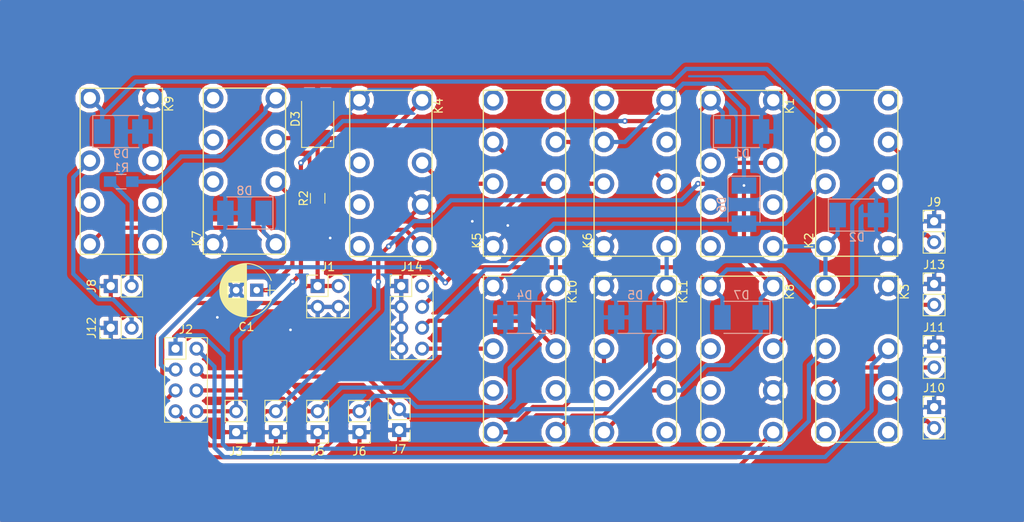
<source format=kicad_pcb>
(kicad_pcb (version 20171130) (host pcbnew 5.0.1)
  (layers (0 F.Cu signal) (31 B.Cu signal) (34 B.Paste user) (35 F.Paste user) (36 B.SilkS user) (37 F.SilkS user) (38 B.Mask user) (39 F.Mask user) (44 Edge.Cuts user))
  (net 0 "")
  (net 1 "Net-(D1-Pad1)")
  (net 2 "Net-(D6-Pad2)")
  (net 3 "Net-(D7-Pad2)")
  (net 4 GND)
  (net 5 +12V)
  (net 6 "Net-(C1-Pad1)")
  (net 7 "Net-(D2-Pad1)")
  (net 8 "Net-(D3-Pad1)")
  (net 9 "Net-(D4-Pad1)")
  (net 10 "Net-(D5-Pad1)")
  (net 11 "Net-(D6-Pad1)")
  (net 12 "Net-(D8-Pad1)")
  (net 13 "Net-(D9-Pad1)")
  (net 14 "Net-(J2-Pad7)")
  (net 15 "Net-(J2-Pad2)")
  (net 16 "Net-(J2-Pad1)")
  (net 17 "Net-(J8-Pad2)")
  (net 18 "Net-(J9-Pad2)")
  (net 19 "Net-(J10-Pad2)")
  (net 20 "Net-(J11-Pad2)")
  (net 21 "Net-(J12-Pad2)")
  (net 22 "Net-(J13-Pad2)")
  (net 23 "Net-(J14-Pad4)")
  (net 24 "Net-(J14-Pad6)")
  (net 25 "Net-(J14-Pad8)")
  (net 26 "Net-(K4-Pad4)")
  (net 27 "Net-(K5-Pad11)")
  (net 28 "Net-(K5-Pad6)")
  (net 29 "Net-(K7-Pad9)")
  (net 30 "Net-(K10-Pad8)")
  (net 31 "Net-(K10-Pad9)")
  (module Capacitors_THT:CP_Radial_D6.3mm_P2.50mm (layer F.Cu) (at 150.582 98.806 180)
    (fp_text reference C1 (at 1.25 -4.46 180) (layer F.SilkS))
    (fp_text value CP)
    (pad 2 thru_hole circle (at 2.5 0 180) (size 1.6 1.6) (drill 0.8) (layers *.Cu *.Mask) (net 4 GND))
    (pad 1 thru_hole rect (at 0 0 180) (size 1.6 1.6) (drill 0.8) (layers *.Cu *.Mask) (net 6 "Net-(C1-Pad1)"))
  )
  (module Diodes_SMD:D_2114 (layer B.Cu) (at 209.55 79.502)
    (fp_text reference D1 (at 0 2.7) (layer B.SilkS) (effects (justify mirror)))
    (fp_text value D)
    (pad 1 smd rect (at -2.325 0) (size 2 3) (layers B.Cu B.Paste B.Mask) (net 1 "Net-(D1-Pad1)"))
    (pad 2 smd rect (at 2.325 0) (size 2 3) (layers B.Cu B.Paste B.Mask) (net 4 GND))
  )
  (module Diodes_SMD:D_2114 (layer B.Cu) (at 223.52 89.662)
    (fp_text reference D2 (at 0 2.7) (layer B.SilkS) (effects (justify mirror)))
    (fp_text value D)
    (pad 2 smd rect (at 2.325 0) (size 2 3) (layers B.Cu B.Paste B.Mask) (net 4 GND))
    (pad 1 smd rect (at -2.325 0) (size 2 3) (layers B.Cu B.Paste B.Mask) (net 7 "Net-(D2-Pad1)"))
  )
  (module Diodes_SMD:D_2114 (layer F.Cu) (at 157.988 77.978 90)
    (fp_text reference D3 (at 0 -2.7 90) (layer F.SilkS))
    (fp_text value D)
    (pad 1 smd rect (at -2.325 0 90) (size 2 3) (layers F.Cu F.Paste F.Mask) (net 8 "Net-(D3-Pad1)"))
    (pad 2 smd rect (at 2.325 0 90) (size 2 3) (layers F.Cu F.Paste F.Mask) (net 4 GND))
  )
  (module Diodes_SMD:D_2114 (layer B.Cu) (at 183.134 102.108 180)
    (fp_text reference D4 (at 0 2.7 180) (layer B.SilkS) (effects (justify mirror)))
    (fp_text value D)
    (pad 1 smd rect (at -2.325 0 180) (size 2 3) (layers B.Cu B.Paste B.Mask) (net 9 "Net-(D4-Pad1)"))
    (pad 2 smd rect (at 2.325 0 180) (size 2 3) (layers B.Cu B.Paste B.Mask) (net 4 GND))
  )
  (module Diodes_SMD:D_2114 (layer B.Cu) (at 196.596 102.108 180)
    (fp_text reference D5 (at 0 2.7 180) (layer B.SilkS) (effects (justify mirror)))
    (fp_text value D)
    (pad 2 smd rect (at 2.325 0 180) (size 2 3) (layers B.Cu B.Paste B.Mask) (net 4 GND))
    (pad 1 smd rect (at -2.325 0 180) (size 2 3) (layers B.Cu B.Paste B.Mask) (net 10 "Net-(D5-Pad1)"))
  )
  (module Diodes_SMD:D_2114 (layer B.Cu) (at 209.804 88.392 270)
    (fp_text reference D6 (at 0 2.7 270) (layer B.SilkS) (effects (justify mirror)))
    (fp_text value D)
    (pad 2 smd rect (at 2.325 0 270) (size 2 3) (layers B.Cu B.Paste B.Mask) (net 2 "Net-(D6-Pad2)"))
    (pad 1 smd rect (at -2.325 0 270) (size 2 3) (layers B.Cu B.Paste B.Mask) (net 11 "Net-(D6-Pad1)"))
  )
  (module Diodes_SMD:D_2114 (layer B.Cu) (at 209.511 102.108 180)
    (fp_text reference D7 (at 0 2.7 180) (layer B.SilkS) (effects (justify mirror)))
    (fp_text value D_TVS)
    (pad 2 smd rect (at 2.325 0 180) (size 2 3) (layers B.Cu B.Paste B.Mask) (net 3 "Net-(D7-Pad2)"))
    (pad 1 smd rect (at -2.325 0 180) (size 2 3) (layers B.Cu B.Paste B.Mask) (net 11 "Net-(D6-Pad1)"))
  )
  (module Diodes_SMD:D_2114 (layer B.Cu) (at 149.098 89.408 180)
    (fp_text reference D8 (at 0 2.7 180) (layer B.SilkS) (effects (justify mirror)))
    (fp_text value D)
    (pad 2 smd rect (at 2.325 0 180) (size 2 3) (layers B.Cu B.Paste B.Mask) (net 4 GND))
    (pad 1 smd rect (at -2.325 0 180) (size 2 3) (layers B.Cu B.Paste B.Mask) (net 12 "Net-(D8-Pad1)"))
  )
  (module Diodes_SMD:D_2114 (layer B.Cu) (at 134.112 79.502)
    (fp_text reference D9 (at 0 2.7) (layer B.SilkS) (effects (justify mirror)))
    (fp_text value D)
    (pad 1 smd rect (at -2.325 0) (size 2 3) (layers B.Cu B.Paste B.Mask) (net 13 "Net-(D9-Pad1)"))
    (pad 2 smd rect (at 2.325 0) (size 2 3) (layers B.Cu B.Paste B.Mask) (net 4 GND))
  )
  (module Pin_Headers:Pin_Header_Straight_2x02_Pitch2.54mm (layer F.Cu) (at 157.988 98.298)
    (fp_text reference J1 (at 1.27 -2.33) (layer F.SilkS))
    (fp_text value Conn_02x02_Odd_Even)
    (pad 4 thru_hole oval (at 2.54 2.54) (size 1.7 1.7) (drill 1) (layers *.Cu *.Mask) (net 4 GND))
    (pad 3 thru_hole oval (at 0 2.54) (size 1.7 1.7) (drill 1) (layers *.Cu *.Mask) (net 4 GND))
    (pad 2 thru_hole oval (at 2.54 0) (size 1.7 1.7) (drill 1) (layers *.Cu *.Mask) (net 5 +12V))
    (pad 1 thru_hole rect (at 0 0) (size 1.7 1.7) (drill 1) (layers *.Cu *.Mask) (net 5 +12V))
  )
  (module Pin_Headers:Pin_Header_Straight_2x04_Pitch2.54mm (layer F.Cu) (at 140.716 105.918)
    (fp_text reference J2 (at 1.27 -2.33) (layer F.SilkS))
    (fp_text value Conn_02x04_Odd_Even)
    (pad 8 thru_hole oval (at 2.54 7.62) (size 1.7 1.7) (drill 1) (layers *.Cu *.Mask) (net 1 "Net-(D1-Pad1)"))
    (pad 7 thru_hole oval (at 0 7.62) (size 1.7 1.7) (drill 1) (layers *.Cu *.Mask) (net 14 "Net-(J2-Pad7)"))
    (pad 6 thru_hole oval (at 2.54 5.08) (size 1.7 1.7) (drill 1) (layers *.Cu *.Mask) (net 2 "Net-(D6-Pad2)"))
    (pad 5 thru_hole oval (at 0 5.08) (size 1.7 1.7) (drill 1) (layers *.Cu *.Mask) (net 9 "Net-(D4-Pad1)"))
    (pad 4 thru_hole oval (at 2.54 2.54) (size 1.7 1.7) (drill 1) (layers *.Cu *.Mask) (net 10 "Net-(D5-Pad1)"))
    (pad 3 thru_hole oval (at 0 2.54) (size 1.7 1.7) (drill 1) (layers *.Cu *.Mask) (net 3 "Net-(D7-Pad2)"))
    (pad 2 thru_hole oval (at 2.54 0) (size 1.7 1.7) (drill 1) (layers *.Cu *.Mask) (net 15 "Net-(J2-Pad2)"))
    (pad 1 thru_hole rect (at 0 0) (size 1.7 1.7) (drill 1) (layers *.Cu *.Mask) (net 16 "Net-(J2-Pad1)"))
  )
  (module Pin_Headers:Pin_Header_Straight_1x02_Pitch2.54mm (layer F.Cu) (at 148.082 116.078 180)
    (fp_text reference J3 (at 0 -2.33 180) (layer F.SilkS))
    (fp_text value Conn_01x02)
    (pad 2 thru_hole oval (at 0 2.54 180) (size 1.7 1.7) (drill 1) (layers *.Cu *.Mask) (net 1 "Net-(D1-Pad1)"))
    (pad 1 thru_hole rect (at 0 0 180) (size 1.7 1.7) (drill 1) (layers *.Cu *.Mask) (net 4 GND))
  )
  (module Pin_Headers:Pin_Header_Straight_1x02_Pitch2.54mm (layer F.Cu) (at 152.908 116.078 180)
    (fp_text reference J4 (at 0 -2.33 180) (layer F.SilkS))
    (fp_text value Conn_01x02)
    (pad 1 thru_hole rect (at 0 0 180) (size 1.7 1.7) (drill 1) (layers *.Cu *.Mask) (net 4 GND))
    (pad 2 thru_hole oval (at 0 2.54 180) (size 1.7 1.7) (drill 1) (layers *.Cu *.Mask) (net 14 "Net-(J2-Pad7)"))
  )
  (module Pin_Headers:Pin_Header_Straight_1x02_Pitch2.54mm (layer F.Cu) (at 157.988 116.078 180)
    (fp_text reference J5 (at 0 -2.33 180) (layer F.SilkS))
    (fp_text value Conn_01x02)
    (pad 2 thru_hole oval (at 0 2.54 180) (size 1.7 1.7) (drill 1) (layers *.Cu *.Mask) (net 2 "Net-(D6-Pad2)"))
    (pad 1 thru_hole rect (at 0 0 180) (size 1.7 1.7) (drill 1) (layers *.Cu *.Mask) (net 4 GND))
  )
  (module Pin_Headers:Pin_Header_Straight_1x02_Pitch2.54mm (layer F.Cu) (at 163.068 116.078 180)
    (fp_text reference J6 (at 0 -2.33 180) (layer F.SilkS))
    (fp_text value Conn_01x02)
    (pad 1 thru_hole rect (at 0 0 180) (size 1.7 1.7) (drill 1) (layers *.Cu *.Mask) (net 4 GND))
    (pad 2 thru_hole oval (at 0 2.54 180) (size 1.7 1.7) (drill 1) (layers *.Cu *.Mask) (net 9 "Net-(D4-Pad1)"))
  )
  (module Pin_Headers:Pin_Header_Straight_1x02_Pitch2.54mm (layer F.Cu) (at 167.894 115.824 180)
    (fp_text reference J7 (at 0 -2.33 180) (layer F.SilkS))
    (fp_text value Conn_01x02)
    (pad 1 thru_hole rect (at 0 0 180) (size 1.7 1.7) (drill 1) (layers *.Cu *.Mask) (net 4 GND))
    (pad 2 thru_hole oval (at 0 2.54 180) (size 1.7 1.7) (drill 1) (layers *.Cu *.Mask) (net 10 "Net-(D5-Pad1)"))
  )
  (module Pin_Headers:Pin_Header_Straight_1x02_Pitch2.54mm (layer F.Cu) (at 132.842 98.298 90)
    (fp_text reference J8 (at 0 -2.33 90) (layer F.SilkS))
    (fp_text value Conn_01x02)
    (pad 2 thru_hole oval (at 0 2.54 90) (size 1.7 1.7) (drill 1) (layers *.Cu *.Mask) (net 17 "Net-(J8-Pad2)"))
    (pad 1 thru_hole rect (at 0 0 90) (size 1.7 1.7) (drill 1) (layers *.Cu *.Mask) (net 4 GND))
  )
  (module Pin_Headers:Pin_Header_Straight_1x02_Pitch2.54mm (layer F.Cu) (at 232.918 90.424)
    (fp_text reference J9 (at 0 -2.33) (layer F.SilkS))
    (fp_text value Conn_01x02)
    (pad 2 thru_hole oval (at 0 2.54) (size 1.7 1.7) (drill 1) (layers *.Cu *.Mask) (net 18 "Net-(J9-Pad2)"))
    (pad 1 thru_hole rect (at 0 0) (size 1.7 1.7) (drill 1) (layers *.Cu *.Mask) (net 4 GND))
  )
  (module Pin_Headers:Pin_Header_Straight_1x02_Pitch2.54mm (layer F.Cu) (at 232.918 113.03)
    (fp_text reference J10 (at 0 -2.33) (layer F.SilkS))
    (fp_text value Conn_01x02)
    (pad 2 thru_hole oval (at 0 2.54) (size 1.7 1.7) (drill 1) (layers *.Cu *.Mask) (net 19 "Net-(J10-Pad2)"))
    (pad 1 thru_hole rect (at 0 0) (size 1.7 1.7) (drill 1) (layers *.Cu *.Mask) (net 4 GND))
  )
  (module Pin_Headers:Pin_Header_Straight_1x02_Pitch2.54mm (layer F.Cu) (at 232.918 105.664)
    (fp_text reference J11 (at 0 -2.33) (layer F.SilkS))
    (fp_text value Conn_01x02)
    (pad 1 thru_hole rect (at 0 0) (size 1.7 1.7) (drill 1) (layers *.Cu *.Mask) (net 4 GND))
    (pad 2 thru_hole oval (at 0 2.54) (size 1.7 1.7) (drill 1) (layers *.Cu *.Mask) (net 20 "Net-(J11-Pad2)"))
  )
  (module Pin_Headers:Pin_Header_Straight_1x02_Pitch2.54mm (layer F.Cu) (at 132.842 103.378 90)
    (fp_text reference J12 (at 0 -2.33 90) (layer F.SilkS))
    (fp_text value Conn_01x02)
    (pad 2 thru_hole oval (at 0 2.54 90) (size 1.7 1.7) (drill 1) (layers *.Cu *.Mask) (net 21 "Net-(J12-Pad2)"))
    (pad 1 thru_hole rect (at 0 0 90) (size 1.7 1.7) (drill 1) (layers *.Cu *.Mask) (net 4 GND))
  )
  (module Pin_Headers:Pin_Header_Straight_1x02_Pitch2.54mm (layer F.Cu) (at 232.918 98.044)
    (fp_text reference J13 (at 0 -2.33) (layer F.SilkS))
    (fp_text value Conn_01x02)
    (pad 1 thru_hole rect (at 0 0) (size 1.7 1.7) (drill 1) (layers *.Cu *.Mask) (net 4 GND))
    (pad 2 thru_hole oval (at 0 2.54) (size 1.7 1.7) (drill 1) (layers *.Cu *.Mask) (net 22 "Net-(J13-Pad2)"))
  )
  (module Pin_Headers:Pin_Header_Straight_2x04_Pitch2.54mm (layer F.Cu) (at 168.148 98.298)
    (fp_text reference J14 (at 1.27 -2.33) (layer F.SilkS))
    (fp_text value Conn_02x04_Odd_Even)
    (pad 1 thru_hole rect (at 0 0) (size 1.7 1.7) (drill 1) (layers *.Cu *.Mask) (net 4 GND))
    (pad 2 thru_hole oval (at 2.54 0) (size 1.7 1.7) (drill 1) (layers *.Cu *.Mask))
    (pad 3 thru_hole oval (at 0 2.54) (size 1.7 1.7) (drill 1) (layers *.Cu *.Mask) (net 4 GND))
    (pad 4 thru_hole oval (at 2.54 2.54) (size 1.7 1.7) (drill 1) (layers *.Cu *.Mask) (net 23 "Net-(J14-Pad4)"))
    (pad 5 thru_hole oval (at 0 5.08) (size 1.7 1.7) (drill 1) (layers *.Cu *.Mask) (net 4 GND))
    (pad 6 thru_hole oval (at 2.54 5.08) (size 1.7 1.7) (drill 1) (layers *.Cu *.Mask) (net 24 "Net-(J14-Pad6)"))
    (pad 7 thru_hole oval (at 0 7.62) (size 1.7 1.7) (drill 1) (layers *.Cu *.Mask) (net 4 GND))
    (pad 8 thru_hole oval (at 2.54 7.62) (size 1.7 1.7) (drill 1) (layers *.Cu *.Mask) (net 25 "Net-(J14-Pad8)"))
  )
  (module hk19f:Relay_DPDT_HK19F (layer F.Cu) (at 213.36 75.692 270)
    (fp_text reference K1 (at 0.7 -2 270) (layer F.SilkS))
    (fp_text value HK19F)
    (pad 9 thru_hole circle (at 17.78 7.62 270) (size 2.5 2.5) (drill 1.5) (layers *.Cu *.Mask))
    (pad 11 thru_hole circle (at 12.7 7.62 270) (size 2.5 2.5) (drill 1.5) (layers *.Cu *.Mask))
    (pad 8 thru_hole circle (at 17.78 0 270) (size 2.5 2.5) (drill 1.5) (layers *.Cu *.Mask) (net 7 "Net-(D2-Pad1)"))
    (pad 6 thru_hole circle (at 12.7 0 270) (size 2.5 2.5) (drill 1.5) (layers *.Cu *.Mask))
    (pad 13 thru_hole circle (at 7.62 7.62 270) (size 2.5 2.5) (drill 1.5) (layers *.Cu *.Mask))
    (pad 4 thru_hole circle (at 7.62 0 270) (size 2.5 2.5) (drill 1.5) (layers *.Cu *.Mask) (net 14 "Net-(J2-Pad7)"))
    (pad 16 thru_hole circle (at 0 7.62 270) (size 2.5 2.5) (drill 1.5) (layers *.Cu *.Mask) (net 1 "Net-(D1-Pad1)"))
    (pad 1 thru_hole circle (at 0 0 270) (size 2.5 2.5) (drill 1.5) (layers *.Cu *.Mask) (net 4 GND))
  )
  (module hk19f:Relay_DPDT_HK19F (layer F.Cu) (at 219.71 93.472 90)
    (fp_text reference K2 (at 0.7 -2 90) (layer F.SilkS))
    (fp_text value HK19F)
    (pad 1 thru_hole circle (at 0 0 90) (size 2.5 2.5) (drill 1.5) (layers *.Cu *.Mask) (net 7 "Net-(D2-Pad1)"))
    (pad 16 thru_hole circle (at 0 7.62 90) (size 2.5 2.5) (drill 1.5) (layers *.Cu *.Mask) (net 4 GND))
    (pad 4 thru_hole circle (at 7.62 0 90) (size 2.5 2.5) (drill 1.5) (layers *.Cu *.Mask) (net 2 "Net-(D6-Pad2)"))
    (pad 13 thru_hole circle (at 7.62 7.62 90) (size 2.5 2.5) (drill 1.5) (layers *.Cu *.Mask) (net 3 "Net-(D7-Pad2)"))
    (pad 6 thru_hole circle (at 12.7 0 90) (size 2.5 2.5) (drill 1.5) (layers *.Cu *.Mask) (net 13 "Net-(D9-Pad1)"))
    (pad 8 thru_hole circle (at 17.78 0 90) (size 2.5 2.5) (drill 1.5) (layers *.Cu *.Mask))
    (pad 11 thru_hole circle (at 12.7 7.62 90) (size 2.5 2.5) (drill 1.5) (layers *.Cu *.Mask) (net 18 "Net-(J9-Pad2)"))
    (pad 9 thru_hole circle (at 17.78 7.62 90) (size 2.5 2.5) (drill 1.5) (layers *.Cu *.Mask))
  )
  (module hk19f:Relay_DPDT_HK19F (layer F.Cu) (at 227.33 98.298 270)
    (fp_text reference K3 (at 0.7 -2 270) (layer F.SilkS))
    (fp_text value HK19F)
    (pad 9 thru_hole circle (at 17.78 7.62 270) (size 2.5 2.5) (drill 1.5) (layers *.Cu *.Mask))
    (pad 11 thru_hole circle (at 12.7 7.62 270) (size 2.5 2.5) (drill 1.5) (layers *.Cu *.Mask) (net 20 "Net-(J11-Pad2)"))
    (pad 8 thru_hole circle (at 17.78 0 270) (size 2.5 2.5) (drill 1.5) (layers *.Cu *.Mask))
    (pad 6 thru_hole circle (at 12.7 0 270) (size 2.5 2.5) (drill 1.5) (layers *.Cu *.Mask) (net 19 "Net-(J10-Pad2)"))
    (pad 13 thru_hole circle (at 7.62 7.62 270) (size 2.5 2.5) (drill 1.5) (layers *.Cu *.Mask) (net 16 "Net-(J2-Pad1)"))
    (pad 4 thru_hole circle (at 7.62 0 270) (size 2.5 2.5) (drill 1.5) (layers *.Cu *.Mask) (net 15 "Net-(J2-Pad2)"))
    (pad 16 thru_hole circle (at 0 7.62 270) (size 2.5 2.5) (drill 1.5) (layers *.Cu *.Mask) (net 7 "Net-(D2-Pad1)"))
    (pad 1 thru_hole circle (at 0 0 270) (size 2.5 2.5) (drill 1.5) (layers *.Cu *.Mask) (net 4 GND))
  )
  (module hk19f:Relay_DPDT_HK19F (layer F.Cu) (at 170.688 75.692 270)
    (fp_text reference K4 (at 0.7 -2 270) (layer F.SilkS))
    (fp_text value HK19F)
    (pad 1 thru_hole circle (at 0 0 270) (size 2.5 2.5) (drill 1.5) (layers *.Cu *.Mask) (net 8 "Net-(D3-Pad1)"))
    (pad 16 thru_hole circle (at 0 7.62 270) (size 2.5 2.5) (drill 1.5) (layers *.Cu *.Mask) (net 4 GND))
    (pad 4 thru_hole circle (at 7.62 0 270) (size 2.5 2.5) (drill 1.5) (layers *.Cu *.Mask) (net 26 "Net-(K4-Pad4)"))
    (pad 13 thru_hole circle (at 7.62 7.62 270) (size 2.5 2.5) (drill 1.5) (layers *.Cu *.Mask))
    (pad 6 thru_hole circle (at 12.7 0 270) (size 2.5 2.5) (drill 1.5) (layers *.Cu *.Mask) (net 4 GND))
    (pad 8 thru_hole circle (at 17.78 0 270) (size 2.5 2.5) (drill 1.5) (layers *.Cu *.Mask) (net 5 +12V))
    (pad 11 thru_hole circle (at 12.7 7.62 270) (size 2.5 2.5) (drill 1.5) (layers *.Cu *.Mask))
    (pad 9 thru_hole circle (at 17.78 7.62 270) (size 2.5 2.5) (drill 1.5) (layers *.Cu *.Mask))
  )
  (module hk19f:Relay_DPDT_HK19F (layer F.Cu) (at 179.324 93.472 90)
    (fp_text reference K5 (at 0.7 -2 90) (layer F.SilkS))
    (fp_text value HK19F)
    (pad 9 thru_hole circle (at 17.78 7.62 90) (size 2.5 2.5) (drill 1.5) (layers *.Cu *.Mask))
    (pad 11 thru_hole circle (at 12.7 7.62 90) (size 2.5 2.5) (drill 1.5) (layers *.Cu *.Mask) (net 27 "Net-(K5-Pad11)"))
    (pad 8 thru_hole circle (at 17.78 0 90) (size 2.5 2.5) (drill 1.5) (layers *.Cu *.Mask))
    (pad 6 thru_hole circle (at 12.7 0 90) (size 2.5 2.5) (drill 1.5) (layers *.Cu *.Mask) (net 28 "Net-(K5-Pad6)"))
    (pad 13 thru_hole circle (at 7.62 7.62 90) (size 2.5 2.5) (drill 1.5) (layers *.Cu *.Mask) (net 23 "Net-(J14-Pad4)"))
    (pad 4 thru_hole circle (at 7.62 0 90) (size 2.5 2.5) (drill 1.5) (layers *.Cu *.Mask) (net 26 "Net-(K4-Pad4)"))
    (pad 16 thru_hole circle (at 0 7.62 90) (size 2.5 2.5) (drill 1.5) (layers *.Cu *.Mask) (net 9 "Net-(D4-Pad1)"))
    (pad 1 thru_hole circle (at 0 0 90) (size 2.5 2.5) (drill 1.5) (layers *.Cu *.Mask) (net 4 GND))
  )
  (module hk19f:Relay_DPDT_HK19F (layer F.Cu) (at 192.786 93.472 90)
    (fp_text reference K6 (at 0.7 -2 90) (layer F.SilkS))
    (fp_text value HK19F)
    (pad 9 thru_hole circle (at 17.78 7.62 90) (size 2.5 2.5) (drill 1.5) (layers *.Cu *.Mask) (net 11 "Net-(D6-Pad1)"))
    (pad 11 thru_hole circle (at 12.7 7.62 90) (size 2.5 2.5) (drill 1.5) (layers *.Cu *.Mask))
    (pad 8 thru_hole circle (at 17.78 0 90) (size 2.5 2.5) (drill 1.5) (layers *.Cu *.Mask))
    (pad 6 thru_hole circle (at 12.7 0 90) (size 2.5 2.5) (drill 1.5) (layers *.Cu *.Mask) (net 11 "Net-(D6-Pad1)"))
    (pad 13 thru_hole circle (at 7.62 7.62 90) (size 2.5 2.5) (drill 1.5) (layers *.Cu *.Mask) (net 27 "Net-(K5-Pad11)"))
    (pad 4 thru_hole circle (at 7.62 0 90) (size 2.5 2.5) (drill 1.5) (layers *.Cu *.Mask) (net 28 "Net-(K5-Pad6)"))
    (pad 16 thru_hole circle (at 0 7.62 90) (size 2.5 2.5) (drill 1.5) (layers *.Cu *.Mask) (net 10 "Net-(D5-Pad1)"))
    (pad 1 thru_hole circle (at 0 0 90) (size 2.5 2.5) (drill 1.5) (layers *.Cu *.Mask) (net 4 GND))
  )
  (module hk19f:Relay_DPDT_HK19F (layer F.Cu) (at 145.288 93.218 90)
    (fp_text reference K7 (at 0.7 -2 90) (layer F.SilkS))
    (fp_text value HK19F)
    (pad 9 thru_hole circle (at 17.78 7.62 90) (size 2.5 2.5) (drill 1.5) (layers *.Cu *.Mask) (net 29 "Net-(K7-Pad9)"))
    (pad 11 thru_hole circle (at 12.7 7.62 90) (size 2.5 2.5) (drill 1.5) (layers *.Cu *.Mask) (net 8 "Net-(D3-Pad1)"))
    (pad 8 thru_hole circle (at 17.78 0 90) (size 2.5 2.5) (drill 1.5) (layers *.Cu *.Mask))
    (pad 6 thru_hole circle (at 12.7 0 90) (size 2.5 2.5) (drill 1.5) (layers *.Cu *.Mask))
    (pad 13 thru_hole circle (at 7.62 7.62 90) (size 2.5 2.5) (drill 1.5) (layers *.Cu *.Mask) (net 6 "Net-(C1-Pad1)"))
    (pad 4 thru_hole circle (at 7.62 0 90) (size 2.5 2.5) (drill 1.5) (layers *.Cu *.Mask))
    (pad 16 thru_hole circle (at 0 7.62 90) (size 2.5 2.5) (drill 1.5) (layers *.Cu *.Mask) (net 12 "Net-(D8-Pad1)"))
    (pad 1 thru_hole circle (at 0 0 90) (size 2.5 2.5) (drill 1.5) (layers *.Cu *.Mask) (net 4 GND))
  )
  (module hk19f:Relay_DPDT_HK19F (layer F.Cu) (at 213.36 98.298 270)
    (fp_text reference K8 (at 0.7 -2 270) (layer F.SilkS))
    (fp_text value HK19F)
    (pad 1 thru_hole circle (at 0 0 270) (size 2.5 2.5) (drill 1.5) (layers *.Cu *.Mask) (net 11 "Net-(D6-Pad1)"))
    (pad 16 thru_hole circle (at 0 7.62 270) (size 2.5 2.5) (drill 1.5) (layers *.Cu *.Mask) (net 3 "Net-(D7-Pad2)"))
    (pad 4 thru_hole circle (at 7.62 0 270) (size 2.5 2.5) (drill 1.5) (layers *.Cu *.Mask) (net 22 "Net-(J13-Pad2)"))
    (pad 13 thru_hole circle (at 7.62 7.62 270) (size 2.5 2.5) (drill 1.5) (layers *.Cu *.Mask))
    (pad 6 thru_hole circle (at 12.7 0 270) (size 2.5 2.5) (drill 1.5) (layers *.Cu *.Mask) (net 4 GND))
    (pad 8 thru_hole circle (at 17.78 0 270) (size 2.5 2.5) (drill 1.5) (layers *.Cu *.Mask) (net 5 +12V))
    (pad 11 thru_hole circle (at 12.7 7.62 270) (size 2.5 2.5) (drill 1.5) (layers *.Cu *.Mask))
    (pad 9 thru_hole circle (at 17.78 7.62 270) (size 2.5 2.5) (drill 1.5) (layers *.Cu *.Mask))
  )
  (module hk19f:Relay_DPDT_HK19F (layer F.Cu) (at 137.922 75.438 270)
    (fp_text reference K9 (at 0.7 -2 270) (layer F.SilkS))
    (fp_text value HK19F)
    (pad 9 thru_hole circle (at 17.78 7.62 270) (size 2.5 2.5) (drill 1.5) (layers *.Cu *.Mask) (net 12 "Net-(D8-Pad1)"))
    (pad 11 thru_hole circle (at 12.7 7.62 270) (size 2.5 2.5) (drill 1.5) (layers *.Cu *.Mask))
    (pad 8 thru_hole circle (at 17.78 0 270) (size 2.5 2.5) (drill 1.5) (layers *.Cu *.Mask))
    (pad 6 thru_hole circle (at 12.7 0 270) (size 2.5 2.5) (drill 1.5) (layers *.Cu *.Mask))
    (pad 13 thru_hole circle (at 7.62 7.62 270) (size 2.5 2.5) (drill 1.5) (layers *.Cu *.Mask) (net 21 "Net-(J12-Pad2)"))
    (pad 4 thru_hole circle (at 7.62 0 270) (size 2.5 2.5) (drill 1.5) (layers *.Cu *.Mask))
    (pad 16 thru_hole circle (at 0 7.62 270) (size 2.5 2.5) (drill 1.5) (layers *.Cu *.Mask) (net 13 "Net-(D9-Pad1)"))
    (pad 1 thru_hole circle (at 0 0 270) (size 2.5 2.5) (drill 1.5) (layers *.Cu *.Mask) (net 4 GND))
  )
  (module hk19f:Relay_DPDT_HK19F (layer F.Cu) (at 186.944 98.298 270)
    (fp_text reference K10 (at 0.7 -2 270) (layer F.SilkS))
    (fp_text value HK19F)
    (pad 1 thru_hole circle (at 0 0 270) (size 2.5 2.5) (drill 1.5) (layers *.Cu *.Mask) (net 9 "Net-(D4-Pad1)"))
    (pad 16 thru_hole circle (at 0 7.62 270) (size 2.5 2.5) (drill 1.5) (layers *.Cu *.Mask) (net 4 GND))
    (pad 4 thru_hole circle (at 7.62 0 270) (size 2.5 2.5) (drill 1.5) (layers *.Cu *.Mask) (net 24 "Net-(J14-Pad6)"))
    (pad 13 thru_hole circle (at 7.62 7.62 270) (size 2.5 2.5) (drill 1.5) (layers *.Cu *.Mask) (net 25 "Net-(J14-Pad8)"))
    (pad 6 thru_hole circle (at 12.7 0 270) (size 2.5 2.5) (drill 1.5) (layers *.Cu *.Mask))
    (pad 8 thru_hole circle (at 17.78 0 270) (size 2.5 2.5) (drill 1.5) (layers *.Cu *.Mask) (net 30 "Net-(K10-Pad8)"))
    (pad 11 thru_hole circle (at 12.7 7.62 270) (size 2.5 2.5) (drill 1.5) (layers *.Cu *.Mask))
    (pad 9 thru_hole circle (at 17.78 7.62 270) (size 2.5 2.5) (drill 1.5) (layers *.Cu *.Mask) (net 31 "Net-(K10-Pad9)"))
  )
  (module hk19f:Relay_DPDT_HK19F (layer F.Cu) (at 200.406 98.298 270)
    (fp_text reference K11 (at 0.7 -2 270) (layer F.SilkS))
    (fp_text value HK19F)
    (pad 1 thru_hole circle (at 0 0 270) (size 2.5 2.5) (drill 1.5) (layers *.Cu *.Mask) (net 10 "Net-(D5-Pad1)"))
    (pad 16 thru_hole circle (at 0 7.62 270) (size 2.5 2.5) (drill 1.5) (layers *.Cu *.Mask) (net 4 GND))
    (pad 4 thru_hole circle (at 7.62 0 270) (size 2.5 2.5) (drill 1.5) (layers *.Cu *.Mask) (net 30 "Net-(K10-Pad8)"))
    (pad 13 thru_hole circle (at 7.62 7.62 270) (size 2.5 2.5) (drill 1.5) (layers *.Cu *.Mask) (net 31 "Net-(K10-Pad9)"))
    (pad 6 thru_hole circle (at 12.7 0 270) (size 2.5 2.5) (drill 1.5) (layers *.Cu *.Mask) (net 11 "Net-(D6-Pad1)"))
    (pad 8 thru_hole circle (at 17.78 0 270) (size 2.5 2.5) (drill 1.5) (layers *.Cu *.Mask))
    (pad 11 thru_hole circle (at 12.7 7.62 270) (size 2.5 2.5) (drill 1.5) (layers *.Cu *.Mask))
    (pad 9 thru_hole circle (at 17.78 7.62 270) (size 2.5 2.5) (drill 1.5) (layers *.Cu *.Mask) (net 11 "Net-(D6-Pad1)"))
  )
  (module Resistors_SMD:R_0805_HandSoldering (layer B.Cu) (at 134.112 85.598 180)
    (fp_text reference R1 (at 0 1.7 180) (layer B.SilkS) (effects (justify mirror)))
    (fp_text value R)
    (pad 1 smd rect (at -1.35 0 180) (size 1.5 1.3) (layers B.Cu B.Paste B.Mask) (net 29 "Net-(K7-Pad9)"))
    (pad 2 smd rect (at 1.35 0 180) (size 1.5 1.3) (layers B.Cu B.Paste B.Mask) (net 17 "Net-(J8-Pad2)"))
  )
  (module Resistors_SMD:R_0805_HandSoldering (layer F.Cu) (at 157.988 87.63 90)
    (fp_text reference R2 (at 0 -1.7 90) (layer F.SilkS))
    (fp_text value R)
    (pad 2 smd rect (at 1.35 0 90) (size 1.5 1.3) (layers F.Cu F.Paste F.Mask) (net 8 "Net-(D3-Pad1)"))
    (pad 1 smd rect (at -1.35 0 90) (size 1.5 1.3) (layers F.Cu F.Paste F.Mask) (net 5 +12V))
  )
  (segment (start 207.225 77.177) (end 205.74 75.692) (width 0.508) (layer B.Cu) (net 1))
  (segment (start 207.225 79.502) (end 207.225 77.177) (width 0.508) (layer B.Cu) (net 1))
  (segment (start 148.082 113.538) (end 143.256 113.538) (width 0.508) (layer F.Cu) (net 1))
  (via (at 154.94 97.79) (size 0.6858) (drill 0.3302) (layers F.Cu B.Cu) (net 1))
  (segment (start 148.082 113.538) (end 148.082 104.648) (width 0.508) (layer B.Cu) (net 1))
  (segment (start 148.082 104.648) (end 154.94 97.79) (width 0.508) (layer B.Cu) (net 1))
  (via (at 155.956 83.312) (size 0.6858) (drill 0.3302) (layers F.Cu B.Cu) (net 1))
  (segment (start 154.94 97.79) (end 155.956 96.774) (width 0.508) (layer F.Cu) (net 1))
  (segment (start 155.956 96.774) (end 155.956 83.312) (width 0.508) (layer F.Cu) (net 1))
  (via (at 195.326 78.232) (size 0.6858) (drill 0.3302) (layers F.Cu B.Cu) (net 1))
  (segment (start 161.036 78.232) (end 195.326 78.232) (width 0.508) (layer B.Cu) (net 1))
  (segment (start 155.956 83.312) (end 161.036 78.232) (width 0.508) (layer B.Cu) (net 1))
  (segment (start 203.2 78.232) (end 205.74 75.692) (width 0.508) (layer F.Cu) (net 1))
  (segment (start 195.326 78.232) (end 203.2 78.232) (width 0.508) (layer F.Cu) (net 1))
  (segment (start 154.245919 110.998) (end 144.458081 110.998) (width 0.508) (layer F.Cu) (net 2))
  (segment (start 144.458081 110.998) (end 143.256 110.998) (width 0.508) (layer F.Cu) (net 2))
  (segment (start 156.785919 113.538) (end 154.245919 110.998) (width 0.508) (layer F.Cu) (net 2))
  (segment (start 157.988 113.538) (end 156.785919 113.538) (width 0.508) (layer F.Cu) (net 2))
  (segment (start 158.837999 112.688001) (end 157.988 113.538) (width 0.508) (layer B.Cu) (net 2))
  (segment (start 168.335773 110.655989) (end 160.870011 110.655989) (width 0.508) (layer B.Cu) (net 2))
  (segment (start 172.300001 106.691761) (end 168.335773 110.655989) (width 0.508) (layer B.Cu) (net 2))
  (segment (start 172.300001 102.344237) (end 172.300001 106.691761) (width 0.508) (layer B.Cu) (net 2))
  (segment (start 178.358239 96.285999) (end 172.300001 102.344237) (width 0.508) (layer B.Cu) (net 2))
  (segment (start 181.152239 96.285999) (end 178.358239 96.285999) (width 0.508) (layer B.Cu) (net 2))
  (segment (start 186.721238 90.717) (end 181.152239 96.285999) (width 0.508) (layer B.Cu) (net 2))
  (segment (start 160.870011 110.655989) (end 158.837999 112.688001) (width 0.508) (layer B.Cu) (net 2))
  (segment (start 209.804 90.717) (end 186.721238 90.717) (width 0.508) (layer B.Cu) (net 2))
  (segment (start 214.845 90.717) (end 219.71 85.852) (width 0.508) (layer B.Cu) (net 2))
  (segment (start 209.804 90.717) (end 214.845 90.717) (width 0.508) (layer B.Cu) (net 2))
  (segment (start 207.186 99.744) (end 205.74 98.298) (width 0.508) (layer B.Cu) (net 3))
  (segment (start 207.186 102.108) (end 207.186 99.744) (width 0.508) (layer B.Cu) (net 3))
  (segment (start 205.74 98.298) (end 203.454 96.012) (width 0.508) (layer F.Cu) (net 3))
  (segment (start 147.550398 96.012) (end 138.938 104.624398) (width 0.508) (layer B.Cu) (net 3))
  (segment (start 139.513919 108.458) (end 140.716 108.458) (width 0.508) (layer B.Cu) (net 3))
  (segment (start 138.938 107.882081) (end 139.513919 108.458) (width 0.508) (layer B.Cu) (net 3))
  (segment (start 138.938 104.624398) (end 138.938 107.882081) (width 0.508) (layer B.Cu) (net 3))
  (via (at 173.497852 97.882951) (size 0.6858) (drill 0.3302) (layers F.Cu B.Cu) (net 3))
  (segment (start 203.454 96.012) (end 175.368803 96.012) (width 0.508) (layer F.Cu) (net 3))
  (segment (start 175.368803 96.012) (end 173.497852 97.882951) (width 0.508) (layer F.Cu) (net 3))
  (segment (start 171.626901 96.012) (end 147.550398 96.012) (width 0.508) (layer B.Cu) (net 3))
  (segment (start 173.497852 97.882951) (end 171.626901 96.012) (width 0.508) (layer B.Cu) (net 3))
  (segment (start 207.752001 96.285999) (end 206.989999 97.048001) (width 0.508) (layer B.Cu) (net 3))
  (segment (start 214.325761 96.285999) (end 207.752001 96.285999) (width 0.508) (layer B.Cu) (net 3))
  (segment (start 218.349763 100.310001) (end 214.325761 96.285999) (width 0.508) (layer B.Cu) (net 3))
  (segment (start 220.675761 100.310001) (end 218.349763 100.310001) (width 0.508) (layer B.Cu) (net 3))
  (segment (start 222.957001 98.028761) (end 220.675761 100.310001) (width 0.508) (layer B.Cu) (net 3))
  (segment (start 206.989999 97.048001) (end 205.74 98.298) (width 0.508) (layer B.Cu) (net 3))
  (segment (start 222.957001 88.457233) (end 222.957001 98.028761) (width 0.508) (layer B.Cu) (net 3))
  (segment (start 225.562234 85.852) (end 222.957001 88.457233) (width 0.508) (layer B.Cu) (net 3))
  (segment (start 227.33 85.852) (end 225.562234 85.852) (width 0.508) (layer B.Cu) (net 3))
  (via (at 181.102 90.932) (size 0.6858) (drill 0.3302) (layers F.Cu B.Cu) (net 4))
  (via (at 176.784 90.424) (size 0.6858) (drill 0.3302) (layers F.Cu B.Cu) (net 4))
  (via (at 159.512 92.456) (size 0.6858) (drill 0.3302) (layers F.Cu B.Cu) (net 4))
  (via (at 154.686 103.632) (size 0.6858) (drill 0.3302) (layers F.Cu B.Cu) (net 4))
  (via (at 145.796 102.108) (size 0.6858) (drill 0.3302) (layers F.Cu B.Cu) (net 4))
  (segment (start 157.988 96.94) (end 157.988 88.98) (width 0.508) (layer F.Cu) (net 5))
  (segment (start 157.988 98.298) (end 157.988 96.94) (width 0.508) (layer F.Cu) (net 5))
  (segment (start 160.528 98.298) (end 157.988 98.298) (width 0.508) (layer F.Cu) (net 5))
  (segment (start 139.103999 110.411145) (end 139.103999 104.458399) (width 0.508) (layer F.Cu) (net 5))
  (segment (start 137.66799 111.847154) (end 139.103999 110.411145) (width 0.508) (layer F.Cu) (net 5))
  (segment (start 213.36 116.078) (end 209.295989 120.142011) (width 0.508) (layer F.Cu) (net 5))
  (segment (start 209.295989 120.142011) (end 143.497393 120.142011) (width 0.508) (layer F.Cu) (net 5))
  (segment (start 154.559999 100.368001) (end 156.63 98.298) (width 0.508) (layer F.Cu) (net 5))
  (segment (start 156.63 98.298) (end 157.988 98.298) (width 0.508) (layer F.Cu) (net 5))
  (segment (start 137.66799 114.312608) (end 137.66799 111.847154) (width 0.508) (layer F.Cu) (net 5))
  (segment (start 139.103999 104.458399) (end 143.194397 100.368001) (width 0.508) (layer F.Cu) (net 5))
  (segment (start 143.194397 100.368001) (end 154.559999 100.368001) (width 0.508) (layer F.Cu) (net 5))
  (segment (start 143.497393 120.142011) (end 137.66799 114.312608) (width 0.508) (layer F.Cu) (net 5))
  (segment (start 159.146 88.98) (end 157.988 88.98) (width 0.508) (layer F.Cu) (net 5))
  (segment (start 161.625999 91.459999) (end 159.146 88.98) (width 0.508) (layer F.Cu) (net 5))
  (segment (start 168.675999 91.459999) (end 161.625999 91.459999) (width 0.508) (layer F.Cu) (net 5))
  (segment (start 170.688 93.472) (end 168.675999 91.459999) (width 0.508) (layer F.Cu) (net 5))
  (segment (start 154.157999 86.847999) (end 152.908 85.598) (width 0.508) (layer F.Cu) (net 6))
  (segment (start 154.920001 87.610001) (end 154.157999 86.847999) (width 0.508) (layer F.Cu) (net 6))
  (segment (start 154.920001 95.775999) (end 154.920001 87.610001) (width 0.508) (layer F.Cu) (net 6))
  (segment (start 151.89 98.806) (end 154.920001 95.775999) (width 0.508) (layer F.Cu) (net 6))
  (segment (start 150.582 98.806) (end 151.89 98.806) (width 0.508) (layer F.Cu) (net 6))
  (segment (start 221.195 91.987) (end 219.71 93.472) (width 0.508) (layer B.Cu) (net 7))
  (segment (start 221.195 89.662) (end 221.195 91.987) (width 0.508) (layer B.Cu) (net 7))
  (segment (start 219.71 93.472) (end 219.71 98.298) (width 0.508) (layer B.Cu) (net 7))
  (segment (start 213.36 93.472) (end 219.71 93.472) (width 0.508) (layer B.Cu) (net 7))
  (segment (start 157.988 85.022) (end 157.988 80.303) (width 0.508) (layer F.Cu) (net 8))
  (segment (start 157.988 86.28) (end 157.988 85.022) (width 0.508) (layer F.Cu) (net 8))
  (segment (start 166.077 80.303) (end 170.688 75.692) (width 0.508) (layer F.Cu) (net 8))
  (segment (start 157.988 80.303) (end 166.077 80.303) (width 0.508) (layer F.Cu) (net 8))
  (segment (start 153.123 80.303) (end 152.908 80.518) (width 0.508) (layer F.Cu) (net 8))
  (segment (start 157.988 80.303) (end 153.123 80.303) (width 0.508) (layer F.Cu) (net 8))
  (segment (start 185.459 99.783) (end 186.944 98.298) (width 0.508) (layer B.Cu) (net 9))
  (segment (start 185.459 102.108) (end 185.459 99.783) (width 0.508) (layer B.Cu) (net 9))
  (segment (start 186.944 98.298) (end 186.944 93.472) (width 0.508) (layer B.Cu) (net 9))
  (segment (start 139.103999 112.610001) (end 139.103999 114.311761) (width 0.508) (layer F.Cu) (net 9))
  (segment (start 140.716 110.998) (end 139.103999 112.610001) (width 0.508) (layer F.Cu) (net 9))
  (segment (start 139.103999 114.311761) (end 143.918238 119.126) (width 0.508) (layer F.Cu) (net 9))
  (segment (start 161.865919 113.538) (end 163.068 113.538) (width 0.508) (layer F.Cu) (net 9))
  (segment (start 161.455999 113.94792) (end 161.865919 113.538) (width 0.508) (layer F.Cu) (net 9))
  (segment (start 161.455999 115.404001) (end 161.455999 113.94792) (width 0.508) (layer F.Cu) (net 9))
  (segment (start 157.734 119.126) (end 161.455999 115.404001) (width 0.508) (layer F.Cu) (net 9))
  (segment (start 143.918238 119.126) (end 157.734 119.126) (width 0.508) (layer F.Cu) (net 9))
  (segment (start 164.934001 111.671999) (end 163.917999 112.688001) (width 0.508) (layer B.Cu) (net 9))
  (segment (start 168.667761 111.671999) (end 164.934001 111.671999) (width 0.508) (layer B.Cu) (net 9))
  (segment (start 170.005763 113.010001) (end 168.667761 111.671999) (width 0.508) (layer B.Cu) (net 9))
  (segment (start 180.289761 113.010001) (end 170.005763 113.010001) (width 0.508) (layer B.Cu) (net 9))
  (segment (start 181.336001 111.963761) (end 180.289761 113.010001) (width 0.508) (layer B.Cu) (net 9))
  (segment (start 181.336001 108.238999) (end 181.336001 111.963761) (width 0.508) (layer B.Cu) (net 9))
  (segment (start 185.459 102.108) (end 185.459 104.116) (width 0.508) (layer B.Cu) (net 9))
  (segment (start 163.917999 112.688001) (end 163.068 113.538) (width 0.508) (layer B.Cu) (net 9))
  (segment (start 185.459 104.116) (end 181.336001 108.238999) (width 0.508) (layer B.Cu) (net 9))
  (segment (start 198.921 99.783) (end 200.406 98.298) (width 0.508) (layer B.Cu) (net 10))
  (segment (start 198.921 102.108) (end 198.921 99.783) (width 0.508) (layer B.Cu) (net 10))
  (segment (start 200.406 98.298) (end 200.406 93.472) (width 0.508) (layer B.Cu) (net 10))
  (segment (start 167.044001 112.434001) (end 167.894 113.284) (width 0.508) (layer F.Cu) (net 10))
  (segment (start 163.917999 109.307999) (end 167.044001 112.434001) (width 0.508) (layer F.Cu) (net 10))
  (segment (start 144.105999 109.307999) (end 163.917999 109.307999) (width 0.508) (layer F.Cu) (net 10))
  (segment (start 143.256 108.458) (end 144.105999 109.307999) (width 0.508) (layer F.Cu) (net 10))
  (segment (start 182.284845 114.046011) (end 183.046856 113.284) (width 0.508) (layer B.Cu) (net 10))
  (segment (start 167.894 113.284) (end 168.656011 114.046011) (width 0.508) (layer B.Cu) (net 10))
  (segment (start 183.046856 113.284) (end 193.477762 113.284) (width 0.508) (layer B.Cu) (net 10))
  (segment (start 198.921 104.116) (end 198.921 102.108) (width 0.508) (layer B.Cu) (net 10))
  (segment (start 193.477762 113.284) (end 198.393999 108.367763) (width 0.508) (layer B.Cu) (net 10))
  (segment (start 198.393999 108.367763) (end 198.393999 104.643001) (width 0.508) (layer B.Cu) (net 10))
  (segment (start 198.393999 104.643001) (end 198.921 104.116) (width 0.508) (layer B.Cu) (net 10))
  (segment (start 168.656011 114.046011) (end 182.284845 114.046011) (width 0.508) (layer B.Cu) (net 10))
  (segment (start 211.836 99.822) (end 213.36 98.298) (width 0.508) (layer B.Cu) (net 11))
  (segment (start 211.836 102.108) (end 211.836 99.822) (width 0.508) (layer B.Cu) (net 11))
  (segment (start 201.655999 74.442001) (end 200.406 75.692) (width 0.508) (layer B.Cu) (net 11))
  (segment (start 206.705761 73.679999) (end 202.418001 73.679999) (width 0.508) (layer B.Cu) (net 11))
  (segment (start 209.804 76.778238) (end 206.705761 73.679999) (width 0.508) (layer B.Cu) (net 11))
  (segment (start 209.804 86.067) (end 209.804 76.778238) (width 0.508) (layer B.Cu) (net 11))
  (segment (start 202.418001 73.679999) (end 201.655999 74.442001) (width 0.508) (layer B.Cu) (net 11))
  (segment (start 197.866 110.998) (end 200.406 110.998) (width 0.508) (layer F.Cu) (net 11))
  (segment (start 192.786 116.078) (end 197.866 110.998) (width 0.508) (layer F.Cu) (net 11))
  (segment (start 211.836 104.116) (end 211.836 102.108) (width 0.508) (layer B.Cu) (net 11))
  (segment (start 208.021999 107.930001) (end 211.836 104.116) (width 0.508) (layer B.Cu) (net 11))
  (segment (start 205.241765 107.930001) (end 208.021999 107.930001) (width 0.508) (layer B.Cu) (net 11))
  (segment (start 202.173766 110.998) (end 205.241765 107.930001) (width 0.508) (layer B.Cu) (net 11))
  (segment (start 200.406 110.998) (end 202.173766 110.998) (width 0.508) (layer B.Cu) (net 11))
  (via (at 209.804 86.067) (size 0.6858) (drill 0.3302) (layers F.Cu B.Cu) (net 11))
  (segment (start 213.36 98.298) (end 209.804 94.742) (width 0.508) (layer F.Cu) (net 11))
  (segment (start 209.804 94.742) (end 209.804 86.067) (width 0.508) (layer F.Cu) (net 11))
  (segment (start 195.326 80.772) (end 199.156001 76.941999) (width 0.508) (layer B.Cu) (net 11))
  (segment (start 199.156001 76.941999) (end 200.406 75.692) (width 0.508) (layer B.Cu) (net 11))
  (segment (start 192.786 80.772) (end 195.326 80.772) (width 0.508) (layer B.Cu) (net 11))
  (segment (start 151.423 91.733) (end 152.908 93.218) (width 0.508) (layer B.Cu) (net 12))
  (segment (start 151.423 89.408) (end 151.423 91.733) (width 0.508) (layer B.Cu) (net 12))
  (segment (start 151.658001 91.968001) (end 152.908 93.218) (width 0.508) (layer F.Cu) (net 12))
  (segment (start 150.895999 91.205999) (end 151.658001 91.968001) (width 0.508) (layer F.Cu) (net 12))
  (segment (start 132.314001 91.205999) (end 150.895999 91.205999) (width 0.508) (layer F.Cu) (net 12))
  (segment (start 130.302 93.218) (end 132.314001 91.205999) (width 0.508) (layer F.Cu) (net 12))
  (segment (start 131.787 76.923) (end 130.302 75.438) (width 0.508) (layer B.Cu) (net 13))
  (segment (start 131.787 79.502) (end 131.787 76.923) (width 0.508) (layer B.Cu) (net 13))
  (segment (start 135.855001 73.425999) (end 201.235145 73.425999) (width 0.508) (layer B.Cu) (net 13))
  (segment (start 131.787 77.494) (end 135.855001 73.425999) (width 0.508) (layer B.Cu) (net 13))
  (segment (start 212.587756 71.88199) (end 219.71 79.004234) (width 0.508) (layer B.Cu) (net 13))
  (segment (start 219.71 79.004234) (end 219.71 80.772) (width 0.508) (layer B.Cu) (net 13))
  (segment (start 202.779154 71.88199) (end 212.587756 71.88199) (width 0.508) (layer B.Cu) (net 13))
  (segment (start 201.235145 73.425999) (end 202.779154 71.88199) (width 0.508) (layer B.Cu) (net 13))
  (segment (start 131.787 79.502) (end 131.787 77.494) (width 0.508) (layer B.Cu) (net 13))
  (segment (start 141.565999 114.387999) (end 140.716 113.538) (width 0.508) (layer F.Cu) (net 14))
  (segment (start 144.868001 117.690001) (end 141.565999 114.387999) (width 0.508) (layer F.Cu) (net 14))
  (segment (start 149.541601 117.690001) (end 144.868001 117.690001) (width 0.508) (layer F.Cu) (net 14))
  (segment (start 149.694001 117.537601) (end 149.541601 117.690001) (width 0.508) (layer F.Cu) (net 14))
  (segment (start 149.694001 115.549918) (end 149.694001 117.537601) (width 0.508) (layer F.Cu) (net 14))
  (segment (start 151.705919 113.538) (end 149.694001 115.549918) (width 0.508) (layer F.Cu) (net 14))
  (segment (start 152.908 113.538) (end 151.705919 113.538) (width 0.508) (layer F.Cu) (net 14))
  (via (at 165.354 97.79) (size 0.6858) (drill 0.3302) (layers F.Cu B.Cu) (net 14))
  (segment (start 152.908 113.538) (end 165.354 101.092) (width 0.508) (layer B.Cu) (net 14))
  (segment (start 165.354 101.092) (end 165.354 97.79) (width 0.508) (layer B.Cu) (net 14))
  (via (at 166.624 93.472) (size 0.6858) (drill 0.3302) (layers F.Cu B.Cu) (net 14))
  (segment (start 165.354 97.79) (end 165.354 94.742) (width 0.508) (layer F.Cu) (net 14))
  (segment (start 165.354 94.742) (end 166.624 93.472) (width 0.508) (layer F.Cu) (net 14))
  (via (at 204.216 85.852) (size 0.6858) (drill 0.3302) (layers F.Cu B.Cu) (net 14))
  (segment (start 174.193761 87.864001) (end 202.203999 87.864001) (width 0.508) (layer B.Cu) (net 14))
  (segment (start 171.653761 90.404001) (end 174.193761 87.864001) (width 0.508) (layer B.Cu) (net 14))
  (segment (start 166.624 93.472) (end 169.691999 90.404001) (width 0.508) (layer B.Cu) (net 14))
  (segment (start 202.203999 87.864001) (end 204.216 85.852) (width 0.508) (layer B.Cu) (net 14))
  (segment (start 169.691999 90.404001) (end 171.653761 90.404001) (width 0.508) (layer B.Cu) (net 14))
  (segment (start 211.592234 83.312) (end 213.36 83.312) (width 0.508) (layer F.Cu) (net 14))
  (segment (start 208.717762 83.312) (end 211.592234 83.312) (width 0.508) (layer F.Cu) (net 14))
  (segment (start 206.177762 85.852) (end 208.717762 83.312) (width 0.508) (layer F.Cu) (net 14))
  (segment (start 204.216 85.852) (end 206.177762 85.852) (width 0.508) (layer F.Cu) (net 14))
  (segment (start 226.080001 107.167999) (end 227.33 105.918) (width 0.508) (layer B.Cu) (net 15))
  (segment (start 225.317999 107.930001) (end 226.080001 107.167999) (width 0.508) (layer B.Cu) (net 15))
  (segment (start 225.317999 113.447763) (end 225.317999 107.930001) (width 0.508) (layer B.Cu) (net 15))
  (segment (start 219.659751 119.106011) (end 225.317999 113.447763) (width 0.508) (layer B.Cu) (net 15))
  (segment (start 146.601554 119.106011) (end 219.659751 119.106011) (width 0.508) (layer B.Cu) (net 15))
  (segment (start 145.453989 117.958446) (end 146.601554 119.106011) (width 0.508) (layer B.Cu) (net 15))
  (segment (start 145.453989 108.115989) (end 145.453989 117.958446) (width 0.508) (layer B.Cu) (net 15))
  (segment (start 143.256 105.918) (end 145.453989 108.115989) (width 0.508) (layer B.Cu) (net 15))
  (segment (start 218.460001 107.167999) (end 219.71 105.918) (width 0.508) (layer B.Cu) (net 16))
  (segment (start 140.716 105.918) (end 140.716 104.56) (width 0.508) (layer B.Cu) (net 16))
  (segment (start 140.716 104.56) (end 140.970001 104.305999) (width 0.508) (layer B.Cu) (net 16))
  (segment (start 140.970001 104.305999) (end 144.029761 104.305999) (width 0.508) (layer B.Cu) (net 16))
  (segment (start 144.029761 104.305999) (end 146.558011 106.834249) (width 0.508) (layer B.Cu) (net 16))
  (segment (start 217.697999 114.717763) (end 217.697999 107.930001) (width 0.508) (layer B.Cu) (net 16))
  (segment (start 146.558011 106.834249) (end 146.558011 112.688845) (width 0.508) (layer B.Cu) (net 16))
  (segment (start 214.325761 118.090001) (end 217.697999 114.717763) (width 0.508) (layer B.Cu) (net 16))
  (segment (start 146.558011 112.688845) (end 146.469999 112.776857) (width 0.508) (layer B.Cu) (net 16))
  (segment (start 146.469999 117.537601) (end 147.022399 118.090001) (width 0.508) (layer B.Cu) (net 16))
  (segment (start 147.022399 118.090001) (end 214.325761 118.090001) (width 0.508) (layer B.Cu) (net 16))
  (segment (start 217.697999 107.930001) (end 218.460001 107.167999) (width 0.508) (layer B.Cu) (net 16))
  (segment (start 146.469999 112.776857) (end 146.469999 117.537601) (width 0.508) (layer B.Cu) (net 16))
  (segment (start 132.862 85.598) (end 132.762 85.598) (width 0.508) (layer B.Cu) (net 17))
  (segment (start 135.382 88.118) (end 132.862 85.598) (width 0.508) (layer B.Cu) (net 17))
  (segment (start 135.382 98.298) (end 135.382 88.118) (width 0.508) (layer B.Cu) (net 17))
  (segment (start 228.579999 82.021999) (end 227.33 80.772) (width 0.508) (layer F.Cu) (net 18))
  (segment (start 229.342001 82.784001) (end 228.579999 82.021999) (width 0.508) (layer F.Cu) (net 18))
  (segment (start 229.342001 89.919603) (end 229.342001 82.784001) (width 0.508) (layer F.Cu) (net 18))
  (segment (start 231.536399 92.114001) (end 229.342001 89.919603) (width 0.508) (layer F.Cu) (net 18))
  (segment (start 232.068001 92.114001) (end 231.536399 92.114001) (width 0.508) (layer F.Cu) (net 18))
  (segment (start 232.918 92.964) (end 232.068001 92.114001) (width 0.508) (layer F.Cu) (net 18))
  (segment (start 228.579999 112.247999) (end 227.33 110.998) (width 0.508) (layer F.Cu) (net 19))
  (segment (start 231.052001 114.720001) (end 228.579999 112.247999) (width 0.508) (layer F.Cu) (net 19))
  (segment (start 232.068001 114.720001) (end 231.052001 114.720001) (width 0.508) (layer F.Cu) (net 19))
  (segment (start 232.918 115.57) (end 232.068001 114.720001) (width 0.508) (layer F.Cu) (net 19))
  (segment (start 222.504 108.204) (end 219.71 110.998) (width 0.508) (layer F.Cu) (net 20))
  (segment (start 232.918 108.204) (end 222.504 108.204) (width 0.508) (layer F.Cu) (net 20))
  (segment (start 128.289999 85.070001) (end 129.052001 84.307999) (width 0.508) (layer B.Cu) (net 21))
  (segment (start 128.289999 96.817601) (end 128.289999 85.070001) (width 0.508) (layer B.Cu) (net 21))
  (segment (start 129.052001 84.307999) (end 130.302 83.058) (width 0.508) (layer B.Cu) (net 21))
  (segment (start 131.382399 99.910001) (end 128.289999 96.817601) (width 0.508) (layer B.Cu) (net 21))
  (segment (start 133.116082 99.910001) (end 131.382399 99.910001) (width 0.508) (layer B.Cu) (net 21))
  (segment (start 135.382 102.175919) (end 133.116082 99.910001) (width 0.508) (layer B.Cu) (net 21))
  (segment (start 135.382 103.378) (end 135.382 102.175919) (width 0.508) (layer B.Cu) (net 21))
  (segment (start 218.694 100.584) (end 213.36 105.918) (width 0.508) (layer F.Cu) (net 22))
  (segment (start 232.918 100.584) (end 218.694 100.584) (width 0.508) (layer F.Cu) (net 22))
  (segment (start 185.176234 85.852) (end 186.944 85.852) (width 0.508) (layer F.Cu) (net 23))
  (segment (start 172.300001 97.518237) (end 183.966238 85.852) (width 0.508) (layer F.Cu) (net 23))
  (segment (start 172.300001 99.225999) (end 172.300001 97.518237) (width 0.508) (layer F.Cu) (net 23))
  (segment (start 183.966238 85.852) (end 185.176234 85.852) (width 0.508) (layer F.Cu) (net 23))
  (segment (start 170.688 100.838) (end 172.300001 99.225999) (width 0.508) (layer F.Cu) (net 23))
  (segment (start 185.694001 104.668001) (end 186.944 105.918) (width 0.508) (layer F.Cu) (net 24))
  (segment (start 183.554001 102.528001) (end 185.694001 104.668001) (width 0.508) (layer F.Cu) (net 24))
  (segment (start 171.537999 102.528001) (end 183.554001 102.528001) (width 0.508) (layer F.Cu) (net 24))
  (segment (start 170.688 103.378) (end 171.537999 102.528001) (width 0.508) (layer F.Cu) (net 24))
  (segment (start 170.688 105.918) (end 179.324 105.918) (width 0.508) (layer F.Cu) (net 25))
  (segment (start 173.228 85.852) (end 179.324 85.852) (width 0.508) (layer F.Cu) (net 26))
  (segment (start 170.688 83.312) (end 173.228 85.852) (width 0.508) (layer F.Cu) (net 26))
  (segment (start 198.393999 83.839999) (end 199.156001 84.602001) (width 0.508) (layer F.Cu) (net 27))
  (segment (start 186.944 80.772) (end 188.711766 80.772) (width 0.508) (layer F.Cu) (net 27))
  (segment (start 188.711766 80.772) (end 191.779765 83.839999) (width 0.508) (layer F.Cu) (net 27))
  (segment (start 199.156001 84.602001) (end 200.406 85.852) (width 0.508) (layer F.Cu) (net 27))
  (segment (start 191.779765 83.839999) (end 198.393999 83.839999) (width 0.508) (layer F.Cu) (net 27))
  (segment (start 187.950235 82.784001) (end 191.018234 85.852) (width 0.508) (layer F.Cu) (net 28))
  (segment (start 191.018234 85.852) (end 192.786 85.852) (width 0.508) (layer F.Cu) (net 28))
  (segment (start 179.324 80.772) (end 181.336001 82.784001) (width 0.508) (layer F.Cu) (net 28))
  (segment (start 181.336001 82.784001) (end 187.950235 82.784001) (width 0.508) (layer F.Cu) (net 28))
  (segment (start 151.658001 77.125761) (end 151.658001 76.687999) (width 0.508) (layer B.Cu) (net 29))
  (segment (start 146.253761 82.530001) (end 151.658001 77.125761) (width 0.508) (layer B.Cu) (net 29))
  (segment (start 151.658001 76.687999) (end 152.908 75.438) (width 0.508) (layer B.Cu) (net 29))
  (segment (start 141.427761 82.530001) (end 146.253761 82.530001) (width 0.508) (layer B.Cu) (net 29))
  (segment (start 138.359762 85.598) (end 141.427761 82.530001) (width 0.508) (layer B.Cu) (net 29))
  (segment (start 135.462 85.598) (end 138.359762 85.598) (width 0.508) (layer B.Cu) (net 29))
  (segment (start 199.156001 107.605761) (end 199.156001 107.167999) (width 0.508) (layer F.Cu) (net 30))
  (segment (start 199.156001 107.167999) (end 200.406 105.918) (width 0.508) (layer F.Cu) (net 30))
  (segment (start 188.956001 114.065999) (end 192.695763 114.065999) (width 0.508) (layer F.Cu) (net 30))
  (segment (start 192.695763 114.065999) (end 199.156001 107.605761) (width 0.508) (layer F.Cu) (net 30))
  (segment (start 186.944 116.078) (end 188.956001 114.065999) (width 0.508) (layer F.Cu) (net 30))
  (segment (start 192.786 107.685766) (end 192.786 105.918) (width 0.508) (layer F.Cu) (net 31))
  (segment (start 192.786 108.133762) (end 192.786 107.685766) (width 0.508) (layer F.Cu) (net 31))
  (segment (start 187.909761 113.010001) (end 192.786 108.133762) (width 0.508) (layer F.Cu) (net 31))
  (segment (start 181.091766 116.078) (end 184.159765 113.010001) (width 0.508) (layer F.Cu) (net 31))
  (segment (start 184.159765 113.010001) (end 187.909761 113.010001) (width 0.508) (layer F.Cu) (net 31))
  (segment (start 179.324 116.078) (end 181.091766 116.078) (width 0.508) (layer F.Cu) (net 31))
  (zone (net 4) (net_name GND) (layer F.Cu) (connect_pads (clearance 0.508)) (min_thickness 0.254) (fill yes (arc_segments 16) (thermal_gap 0.508) (thermal_bridge_width 0.508))
    (polygon (pts (xy 119.38 63.5) (xy 243.84 63.5) (xy 243.84 127) (xy 119.38 127)))
  )
  (zone (net 4) (net_name GND) (layer B.Cu) (connect_pads (clearance 0.508)) (min_thickness 0.254) (fill yes (arc_segments 16) (thermal_gap 0.508) (thermal_bridge_width 0.508))
    (polygon (pts (xy 119.38 63.5) (xy 243.84 63.5) (xy 243.84 127) (xy 119.38 127)))
  )
)
</source>
